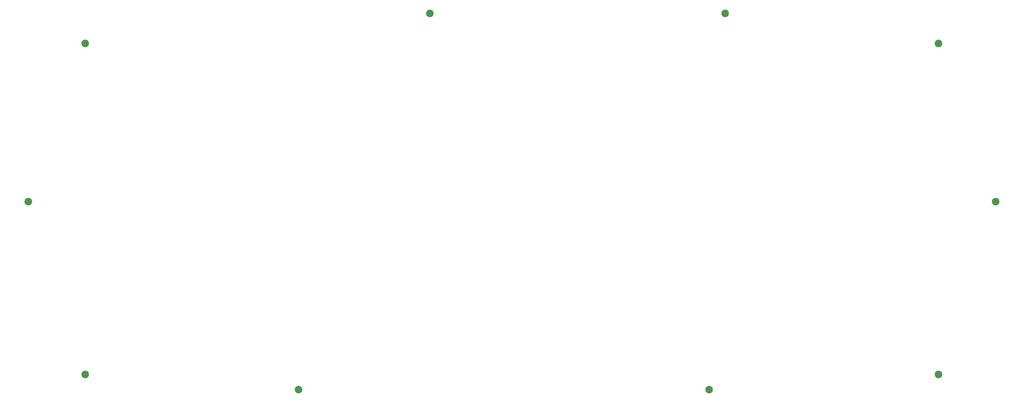
<source format=gts>
G04 #@! TF.GenerationSoftware,KiCad,Pcbnew,(7.0.0-0)*
G04 #@! TF.CreationDate,2023-04-23T21:56:02+09:00*
G04 #@! TF.ProjectId,top-plate,746f702d-706c-4617-9465-2e6b69636164,rev?*
G04 #@! TF.SameCoordinates,Original*
G04 #@! TF.FileFunction,Soldermask,Top*
G04 #@! TF.FilePolarity,Negative*
%FSLAX46Y46*%
G04 Gerber Fmt 4.6, Leading zero omitted, Abs format (unit mm)*
G04 Created by KiCad (PCBNEW (7.0.0-0)) date 2023-04-23 21:56:02*
%MOMM*%
%LPD*%
G01*
G04 APERTURE LIST*
%ADD10C,2.200000*%
G04 APERTURE END LIST*
D10*
X21550000Y-76200000D03*
X138125000Y-21550000D03*
X100000000Y-130850000D03*
X302300000Y-76200000D03*
X38100000Y-30300000D03*
X285700000Y-126400000D03*
X38100000Y-126400000D03*
X285700000Y-30300000D03*
X223800000Y-21550000D03*
X219100000Y-130850000D03*
M02*

</source>
